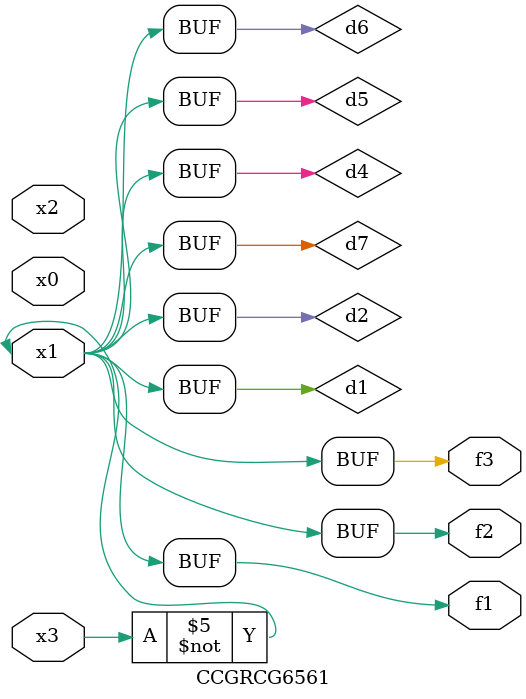
<source format=v>
module CCGRCG6561(
	input x0, x1, x2, x3,
	output f1, f2, f3
);

	wire d1, d2, d3, d4, d5, d6, d7;

	not (d1, x3);
	buf (d2, x1);
	xnor (d3, d1, d2);
	nor (d4, d1);
	buf (d5, d1, d2);
	buf (d6, d4, d5);
	nand (d7, d4);
	assign f1 = d6;
	assign f2 = d7;
	assign f3 = d6;
endmodule

</source>
